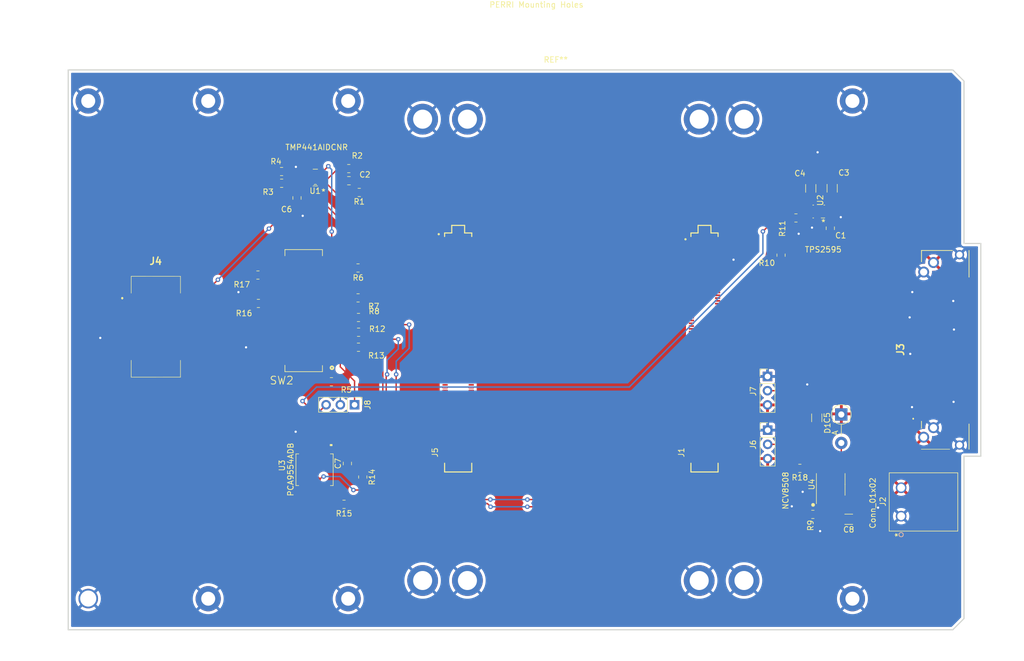
<source format=kicad_pcb>
(kicad_pcb (version 20211014) (generator pcbnew)
  (layers (0 "F.Cu" signal) (31 "B.Cu" signal) (34 "B.Paste" user) (35 "F.Paste" user) (36 "B.SilkS" user "B.Silkscreen") (37 "F.SilkS" user "F.Silkscreen") (38 "B.Mask" user) (39 "F.Mask" user) (44 "Edge.Cuts" user))
  (net 0 "")
  (net 1 "Net-(C1-Pad1)")
  (net 2 "GND")
  (net 3 "Net-(C2-Pad1)")
  (net 4 "Net-(C2-Pad2)")
  (net 5 "+12V")
  (net 6 "/12V_To_Hat")
  (net 7 "Net-(C5-Pad2)")
  (net 8 "+5V")
  (net 9 "/DXN")
  (net 10 "/DXP")
  (net 236 "/SDA")
  (net 237 "/SCL")
  (net 402 "Net-(J6-Pad2)")
  (net 403 "Net-(J7-Pad2)")
  (net 404 "/DS_EN")
  (net 405 "/To_Efuse_EN")
  (net 406 "/GPIO_EN")
  (net 407 "/TMP_A1")
  (net 408 "/TMP_A0")
  (net 409 "Net-(R9-Pad2)")
  (net 410 "/FLT")
  (net 411 "Net-(R11-Pad1)")
  (net 412 "/GPIO_A0")
  (net 413 "Net-(R18-Pad1)")
  (net 414 "/GPIO_A1")
  (net 415 "/GPIO_A2")
  (net 428 "Net-(SW2-Pad12)")
  (net 429 "Net-(SW2-Pad10)")
  (footprint "footprints:1757242" (layer "F.Cu") (at 237.15 120.86 90)
    (fp_text reference "J2")
    (fp_text value "Conn_01x02")
  )
  (footprint "Resistor_SMD:R_0805_2012Metric" (layer "F.Cu") (at 126.49625 66.47)
    (fp_text reference "R3")
    (fp_text value "R_US")
  )
  (footprint "Capacitor_SMD:C_1206_3216Metric" (layer "F.Cu") (at 221.01 67.39 90)
    (fp_text reference "C4")
    (fp_text value "C_Polarized_US")
  )
  (footprint "Diode_THT:D_DO-41_SOD81_P5.08mm_Vertical_AnodeUp" (layer "F.Cu") (at 226.46 107.777818 -90)
    (fp_text reference "D1")
    (fp_text value "DIODE")
  )
  (footprint "Resistor_SMD:R_0805_2012Metric" (layer "F.Cu") (at 215.7 79.32 -90)
    (fp_text reference "R10")
    (fp_text value "R_US")
  )
  (footprint "Capacitor_SMD:C_1206_3216Metric" (layer "F.Cu") (at 224.83 67.37 90)
    (fp_text reference "C3")
    (fp_text value "C_Polarized_US")
  )
  (footprint "Resistor_SMD:R_0805_2012Metric" (layer "F.Cu") (at 140.35625 68.11 180)
    (fp_text reference "R1")
    (fp_text value "R_US")
  )
  (footprint "Resistor_SMD:R_0805_2012Metric" (layer "F.Cu") (at 140.15 86.95)
    (fp_text reference "R7")
    (fp_text value "R_US")
  )
  (footprint "footprints:302010030000" (layer "F.Cu") (at 103.8 92.1 -90)
    (fp_text reference "J4")
    (fp_text value "Conn_02x05_Counter_Clockwise" hide)
  )
  (footprint "Connector_PinHeader_2.54mm:PinHeader_1x03_P2.54mm_Vertical" (layer "F.Cu") (at 139.52 106.04 -90)
    (fp_text reference "J8")
    (fp_text value "Conn_01x03")
  )
  (footprint "Capacitor_SMD:C_1206_3216Metric" (layer "F.Cu") (at 222.08 108.375 -90)
    (fp_text reference "C5")
    (fp_text value "0.1uF")
  )
  (footprint "Resistor_SMD:R_0805_2012Metric" (layer "F.Cu") (at 137.64 123.82 180)
    (fp_text reference "R15")
    (fp_text value "R_US")
  )
  (footprint "footprints:SAMTEC_SS5-80-3.00-X-D-K-XX" (layer "F.Cu") (at 158.027996 96.233 90)
    (fp_text reference "J5")
    (fp_text value "SS5-80-3.00-X-D-K-XX")
  )
  (footprint "Capacitor_SMD:C_0805_2012Metric" (layer "F.Cu") (at 138.24 116.53 90)
    (fp_text reference "C7")
    (fp_text value "C_Small")
  )
  (footprint "footprints:FX23100S05SH" (layer "F.Cu") (at 245.027996 96.233 90)
    (fp_text reference "J3")
    (fp_text value "Conn_02x50_Counter_Clockwise" hide)
  )
  (footprint "Package_SO:SOIC-8-1EP_3.9x4.9mm_P1.27mm_EP2.514x3.2mm" (layer "F.Cu") (at 224.569725 120.262425 90)
    (fp_text reference "U4")
    (fp_text value "NCV8508")
  )
  (footprint "Resistor_SMD:R_0805_2012Metric" (layer "F.Cu") (at 140.24 93.08)
    (fp_text reference "R12")
    (fp_text value "R_US")
  )
  (footprint "Connector_PinHeader_2.54mm:PinHeader_1x03_P2.54mm_Vertical" (layer "F.Cu") (at 213.28 100.985)
    (fp_text reference "J7")
    (fp_text value "Conn_01x03")
  )
  (footprint "Connector_PinHeader_2.54mm:PinHeader_1x03_P2.54mm_Vertical" (layer "F.Cu") (at 213.31 110.575)
    (fp_text reference "J6")
    (fp_text value "Conn_01x03")
  )
  (footprint "Resistor_SMD:R_0805_2012Metric" (layer "F.Cu") (at 138.48625 63.86 180)
    (fp_text reference "R2")
    (fp_text value "R_US")
  )
  (footprint "Resistor_SMD:R_0805_2012Metric" (layer "F.Cu") (at 218.36 72.67 180)
    (fp_text reference "R11")
    (fp_text value "R_US")
  )
  (footprint "TPS441:TPS259525DSGR" (layer "F.Cu") (at 222.4352 71.5242 180)
    (fp_text reference "U2")
    (fp_text value "TPS2595")
  )
  (footprint "Capacitor_SMD:C_0805_2012Metric" (layer "F.Cu") (at 129.23625 69.1 -90)
    (fp_text reference "C6")
    (fp_text value "C_Small")
  )
  (footprint "footprints:PERRI_Outline" (layer "F.Cu") (at 175.391196 90.2348)
    (fp_text reference "REF**")
    (fp_text value "PERRI_Outline")
    (fp_line (start 72.9882 24.9944) (end 72.9882 53.9944) (layer "Edge.Cuts") (width 0.2))
    (fp_line (start 75.9882 24.9944) (end 72.9882 24.9944) (layer "Edge.Cuts") (width 0.2))
    (fp_line (start 72.9882 -13.0056) (end 75.9882 -13.0056) (layer "Edge.Cuts") (width 0.2))
    (fp_line (start 70.9882 55.9944) (end -87.0118 55.9944) (layer "Edge.Cuts") (width 0.2))
    (fp_line (start 72.9882 -42.0056) (end 72.9882 -13.0056) (layer "Edge.Cuts") (width 0.2))
    (fp_line (start -87.0118 55.9944) (end -87.0118 -44.0056) (layer "Edge.Cuts") (width 0.2))
    (fp_line (start 75.9882 -13.0056) (end 75.9882 24.9944) (layer "Edge.Cuts") (width 0.2))
    (fp_line (start 70.9882 -44.0056) (end 72.9882 -42.0056) (layer "Edge.Cuts") (width 0.2))
    (fp_line (start -87.0118 -44.0056) (end 70.9882 -44.0056) (layer "Edge.Cuts") (width 0.2))
    (fp_line (start 72.9882 53.9944) (end 70.9882 55.9944) (layer "Edge.Cuts") (width 0.2))
  )
  (footprint "Resistor_SMD:R_0805_2012Metric" (layer "F.Cu") (at 122.26 82.87 180)
    (fp_text reference "R17")
    (fp_text value "R_US")
  )
  (footprint "Resistor_SMD:R_0805_2012Metric" (layer "F.Cu") (at 140.99 118.95 -90)
    (fp_text reference "R14")
    (fp_text value "R_US")
  )
  (footprint "Resistor_SMD:R_0805_2012Metric" (layer "F.Cu") (at 219.06 117.4 180)
    (fp_text reference "R18")
    (fp_text value "R_US")
  )
  (footprint "Resistor_SMD:R_0805_2012Metric" (layer "F.Cu") (at 126.48625 64.38)
    (fp_text reference "R4")
    (fp_text value "R_US")
  )
  (footprint "Resistor_SMD:R_0805_2012Metric" (layer "F.Cu") (at 140.22 95.76)
    (fp_text reference "R13")
    (fp_text value "R_US")
  )
  (footprint "footprints:TMP441AIDCNR" (layer "F.Cu") (at 132.514601 65.46165 180)
    (fp_text reference "U1")
    (fp_text value "TMP441AIDCNR")
  )
  (footprint "Resistor_SMD:R_0805_2012Metric" (layer "F.Cu") (at 140.14 81.6)
    (fp_text reference "R6")
    (fp_text value "R_US")
  )
  (footprint "PCA9554ADB:PCA9554ADB" (layer "F.Cu") (at 132.3775 117.64195 -90)
    (fp_text reference "U3")
    (fp_text value "PCA9554ADB")
  )
  (footprint "Resistor_SMD:R_0805_2012Metric" (layer "F.Cu") (at 135.39 101.93 180)
    (fp_text reference "R5")
    (fp_text value "R_US")
  )
  (footprint "Resistor_SMD:R_0805_2012Metric" (layer "F.Cu") (at 140.22 90.45)
    (fp_text reference "R8")
    (fp_text value "R_US")
  )
  (footprint "footprints:SAMTEC_SS5-80-3.00-X-D-K-XX" (layer "F.Cu") (at 202.027996 96.233 90)
    (fp_text reference "J1")
    (fp_text value "SS5-80-3.00-X-D-K-XX")
  )
  (footprint "footprints:SW_219-8LPSTRF" (layer "F.Cu") (at 130.430299 89.23 180)
    (fp_text reference "SW2")
    (fp_text value "SW_DIP_x08")
  )
  (footprint "footprints:PERRI_Mounting_Holes" (layer "F.Cu") (at 172.579551 90.239551)
    (fp_text reference "PERRI Mounting Holes")
    (fp_text value "PERRI_Mounting_Holes")
  )
  (footprint "Capacitor_SMD:C_0805_2012Metric" (layer "F.Cu") (at 138.51625 66.02 180)
    (fp_text reference "C2")
    (fp_text value "C_Small")
  )
  (footprint "Capacitor_SMD:C_0805_2012Metric" (layer "F.Cu") (at 224.5 74.51 -90)
    (fp_text reference "C1")
    (fp_text value "C")
  )
  (footprint "Resistor_SMD:R_0805_2012Metric" (layer "F.Cu") (at 221.38 125.62)
    (fp_text reference "R9")
    (fp_text value "R_US")
  )
  (footprint "Capacitor_SMD:C_1206_3216Metric" (layer "F.Cu") (at 227.79 126.49 180)
    (fp_text reference "C8")
    (fp_text value "1uF")
  )
  (footprint "Resistor_SMD:R_0805_2012Metric" (layer "F.Cu") (at 122.34165 87.94 180)
    (fp_text reference "R16")
    (fp_text value "R_US")
  )
  (segment (start 223.385201 72.274201) (end 224.034201 72.274201) (width 0.25) (layer "F.Cu") (net 1))
  (segment (start 224.034201 72.274201) (end 224.5 72.74) (width 0.25) (layer "F.Cu") (net 1))
  (segment (start 224.5 72.74) (end 224.5 73.56) (width 0.25) (layer "F.Cu") (net 1))
  (segment (start 222.08 106.9) (end 222.08 104.11) (width 0.25) (layer "F.Cu") (net 2))
  (segment (start 130.102501 111.962501) (end 129 110.86) (width 0.25) (layer "F.Cu") (net 2))
  (segment (start 239.727 87.983) (end 238.67 89.04) (width 0.25) (layer "F.Cu") (net 2))
  (segment (start 126.125299 93.04) (end 123.09 93.04) (width 0.25) (layer "F.Cu") (net 2))
  (segment (start 247.478974 103.483) (end 246.42 104.541974) (width 0.25) (layer "F.Cu") (net 2))
  (segment (start 129.976651 64.486651) (end 129.04 63.55) (width 0.25) (layer "F.Cu") (net 2))
  (segment (start 241.801996 89.483) (end 239.347 89.483) (width 0.25) (layer "F.Cu") (net 2))
  (segment (start 239.713 86.483) (end 239.205 85.975) (width 0.25) (layer "F.Cu") (net 2))
  (segment (start 238.67 90.16) (end 238.67 90.43) (width 0.25) (layer "F.Cu") (net 2))
  (segment (start 239.090974 105.07) (end 239.090974 106.459026) (width 0.25) (layer "F.Cu") (net 2))
  (segment (start 240.677974 104.983) (end 239.090974 106.57) (width 0.25) (layer "F.Cu") (net 2))
  (segment (start 241.801996 95.483) (end 240.617 95.483) (width 0.25) (layer "F.Cu") (net 2))
  (segment (start 247.478974 89.483) (end 246.46 88.464026) (width 0.25) (layer "F.Cu") (net 2))
  (segment (start 239.685974 85.975) (end 239.205 85.975) (width 0.25) (layer "F.Cu") (net 2))
  (segment (start 246.46 86.001974) (end 247.478974 84.983) (width 0.25) (layer "F.Cu") (net 2))
  (segment (start 240.677974 84.983) (end 239.685974 85.975) (width 0.25) (layer "F.Cu") (net 2))
  (segment (start 238.78 98.585026) (end 238.78 97.32) (width 0.25) (layer "F.Cu") (net 2))
  (segment (start 240.677974 100.483) (end 238.78 98.585026) (width 0.25) (layer "F.Cu") (net 2))
  (segment (start 246.941026 87.983) (end 246.46 87.501974) (width 0.25) (layer "F.Cu") (net 2))
  (segment (start 241.801996 92.483) (end 240.153 92.483) (width 0.25) (layer "F.Cu") (net 2))
  (segment (start 248.677996 104.983) (end 246.647 104.983) (width 0.25) (layer "F.Cu") (net 2))
  (segment (start 240.617 95.483) (end 238.985 97.115) (width 0.25) (layer "F.Cu") (net 2))
  (segment (start 220.887575 120.262425) (end 219.56 121.59) (width 0.25) (layer "F.Cu") (net 2))
  (segment (start 223.21 61.31) (end 222.84 60.94) (width 0.25) (layer "F.Cu") (net 2))
  (segment (start 129.23625 71.26625) (end 130.26 72.29) (width 0.25) (layer "F.Cu") (net 2))
  (segment (start 241.801996 84.983) (end 240.677974 84.983) (width 0.25) (layer "F.Cu") (net 2))
  (segment (start 224.569725 120.262425) (end 220.887575 120.262425) (width 0.25) (layer "F.Cu") (net 2))
  (segment (start 129.23625 70.05) (end 129.23625 71.26625) (width 0.25) (layer "F.Cu") (net 2))
  (segment (start 230.96 126.49) (end 233.03 124.42) (width 0.25) (layer "F.Cu") (net 2))
  (segment (start 238.78 96.95) (end 238.78 97.32) (width 0.25) (layer "F.Cu") (net 2))
  (segment (start 100.775 92.1) (end 96.1 92.1) (width 0.25) (layer "F.Cu") (net 2))
  (segment (start 241.801996 87.983) (end 239.727 87.983) (width 0.25) (layer "F.Cu") (net 2))
  (segment (start 246.42 104.541974) (end 246.42 105.21) (width 0.25) (layer "F.Cu") (net 2))
  (segment (start 247.478974 107.983) (end 246.42 106.924026) (width 0.25) (layer "F.Cu") (net 2))
  (segment (start 246.42 105.424026) (end 246.42 105.21) (width 0.25) (layer "F.Cu") (net 2))
  (segment (start 241.801996 90.983) (end 238.807 90.983) (width 0.25) (layer "F.Cu") (net 2))
  (segment (start 248.677996 103.483) (end 247.478974 103.483) (width 0.25) (layer "F.Cu") (net 2))
  (segment (start 221.485199 72.274201) (end 221.485199 74.144801) (width 0.25) (layer "F.Cu") (net 2))
  (segment (start 241.801996 93.983) (end 240.677974 93.983) (width 0.25) (layer "F.Cu") (net 2))
  (segment (start 224.5 75.46) (end 222.29 75.46) (width 0.25) (layer "F.Cu") (net 2))
  (segment (start 240.153 92.483) (end 238.73 91.06) (width 0.25) (layer "F.Cu") (net 2))
  (segment (start 122.43 98.12) (end 120.22 95.91) (width 0.25) (layer "F.Cu") (net 2))
  (segment (start 205.563 78.483) (end 207.21 80.13) (width 0.25) (layer "F.Cu") (net 2))
  (segment (start 121.82 85.42) (end 121.3475 84.9475) (width 0.25) (layer "F.Cu") (net 2))
  (segment (start 239.205 85.975) (end 239.14 85.91) (width 0.25) (layer "F.Cu") (net 2))
  (segment (start 121.3475 84.9475) (end 119.7525 84.9475) (width 0.25) (layer "F.Cu") (net 2))
  (segment (start 238.67 91) (end 238.73 91.06) (width 0.25) (layer "F.Cu") (net 2))
  (segment (start 239.090974 106.57) (end 238.97 106.57) (width 0.25) (layer "F.Cu") (net 2))
  (segment (start 247.478974 96.983) (end 246.35 95.854026) (width 0.25) (layer "F.Cu") (net 2))
  (segment (start 222.4352 73.1948) (end 221.23 74.4) (width 0.25) (layer "F.Cu") (net 2))
  (segment (start 240.677974 103.483) (end 239.090974 105.07) (width 0.25) (layer "F.Cu") (net 2))
  (segment (start 248.677996 87.983) (end 246.941026 87.983) (width 0.25) (layer "F.Cu") (net 2))
  (segment (start 219.06 125.62) (end 217.62 124.18) (width 0.25) (layer "F.Cu") (net 2))
  (segment (start 248.677996 106.483) (end 247.478974 106.483) (width 0.25) (layer "F.Cu") (net 2))
  (segment (start 222.29 75.46) (end 221.23 74.4) (width 0.25) (layer "F.Cu") (net 2))
  (segment (start 121.66 90.5) (end 120.14 92.02) (width 0.25) (layer "F.Cu") (net 2))
  (segment (start 221.01 65.915) (end 221.01 64.65) (width 0.25) (layer "F.Cu") (net 2))
  (segment (start 246.46 88.464026) (end 246.46 87.501974) (width 0.25) (layer "F.Cu") (net 2))
  (segment (start 241.801996 86.483) (end 239.713 86.483) (width 0.25) (layer "F.Cu") (net 2))
  (segment (start 223.21 62.45) (end 223.21 61.31) (width 0.25) (layer "F.Cu") (net 2))
  (segment (start 120.14 95.83) (end 120.22 95.91) (width 0.25) (layer "F.Cu") (net 2))
  (segment (start 241.801996 104.983) (end 240.677974 104.983) (width 0.25) (layer "F.Cu") (net 2))
  (segment (start 247.478974 95.483) (end 246.35 94.354026) (width 0.25) (layer "F.Cu") (net 2))
  (segment (start 238.807 90.983) (end 238.73 91.06) (width 0.25) (layer "F.Cu") (net 2))
  (segment (start 238.67 89.04) (end 238.67 90.43) (width 0.25) (layer "F.Cu") (net 2))
  (segment (start 247.478974 84.983) (end 248.677996 84.983) (width 0.25) (layer "F.Cu") (net 2))
  (segment (start 241.801996 100.483) (end 240.677974 100.483) (width 0.25) (layer "F.Cu") (net 2))
  (segment (start 247.478974 90.983) (end 246.35 92.111974) (width 0.25) (layer "F.Cu") (net 2))
  (segment (start 217.4475 72.67) (end 217.4475 74.0975) (width 0.25) (layer "F.Cu") (net 2))
  (segment (start 224.83 65.895) (end 224.83 64.07) (width 0.25) (layer "F.Cu") (net 2))
  (segment (start 126.125299 85.42) (end 121.82 85.42) (width 0.25) (layer "F.Cu") (net 2))
  (segment (start 239.737 106.483) (end 239.31 106.91) (width 0.25) (layer "F.Cu") (net 2))
  (segment (start 248.677996 92.483) (end 246.707 92.483) (width 0.25) (layer "F.Cu") (net 2))
  (segment (start 246.585 92.605) (end 246.35 92.84) (width 0.25) (layer "F.Cu") (net 2))
  (segment (start 241.801996 106.483) (end 239.737 106.483) (width 0.25) (layer "F.Cu") (net 2))
  (segment (start 246.46 87.501974) (end 246.46 86.001974) (width 0.25) (layer "F.Cu") (net 2))
  (segment (start 121.3475 84.9475) (end 121.3475 82.87) (width 0.25) (layer "F.Cu") (net 2))
  (segment (start 121.42915 85.02915) (end 121.3475 84.9475) (width 0.25) (layer "F.Cu") (net 2))
  (segment (start 239.090974 106.459026) (end 239.090974 106.57) (width 0.25) (layer "F.Cu") (net 2))
  (segment (start 120.14 92.02) (end 120.14 95.78) (width 0.25) (layer "F.Cu") (net 2))
  (segment (start 223.934725 127.355275) (end 222.68 128.61) (width 0.25) (layer "F.Cu") (net 2))
  (segment (start 222.91 62.75) (end 223.21 62.45) (width 0.25) (layer "F.Cu") (net 2))
  (segment (start 247.478974 86.483) (end 246.46 87.501974) (width 0.25) (layer "F.Cu") (net 2))
  (segment (start 246.707 92.483) (end 246.585 92.605) (width 0.25) (layer "F.Cu") (net 2))
  (segment (start 229.265 126.49) (end 230.96 126.49) (width 0.25) (layer "F.Cu") (net 2))
  (segment (start 238.985 97.115) (end 238.78 97.32) (width 0.25) (layer "F.Cu") (net 2))
  (segment (start 239.117 96.983) (end 238.985 97.115) (width 0.25) (layer "F.Cu") (net 2))
  (segment (start 248.677996 89.483) (end 247.478974 89.483) (width 0.25) (layer "F.Cu") (net 2))
  (segment (start 126.125299 95.58) (end 120.55 95.58) (width 0.25) (layer "F.Cu") (net 2))
  (segment (start 246.647 104.983) (end 246.42 105.21) (width 0.25) (layer "F.Cu") (net 2))
  (segment (start 122.22 80.34) (end 121.3475 81.2125) (width 0.25) (layer "F.Cu") (net 2))
  (segment (start 248.677996 95.483) (end 247.478974 95.483) (width 0.25) (layer "F.Cu") (net 2))
  (segment (start 246.517987 105.522013) (end 246.42 105.424026) (width 0.25) (layer "F.Cu") (net 2))
  (segment (start 123.09 93.04) (end 120.22 95.91) (width 0.25) (layer "F.Cu") (net 2))
  (segment (start 130.102501 114.21295) (end 130.102501 111.962501) (width 0.25) (layer "F.Cu") (net 2))
  (segment (start 246.35 93.98) (end 246.35 92.84) (width 0.25) (layer "F.Cu") (net 2))
  (segment (start 248.677996 86.483) (end 247.478974 86.483) (width 0.25) (layer "F.Cu") (net 2))
  (segment (start 247.493 93.983) (end 246.35 92.84) (width 0.25) (layer "F.Cu") (net 2))
  (segment (start 224.83 64.07) (end 223.21 62.45) (width 0.25) (layer "F.Cu") (net 2))
  (segment (start 126.125299 80.34) (end 122.22 80.34) (width 0.25) (layer "F.Cu") (net 2))
  (segment (start 121.42915 87.94) (end 121.42915 85.02915) (width 0.25) (layer "F.Cu") (net 2))
  (segment (start 126.125299 98.12) (end 122.43 98.12) (width 0.25) (layer "F.Cu") (net 2))
  (segment (start 248.677996 90.983) (end 247.478974 90.983) (width 0.25) (layer "F.Cu") (net 2))
  (segment (start 240.383 107.983) (end 239.31 106.91) (width 0.25) (layer "F.Cu") (net 2))
  (segment (start 223.934725 122.899925) (end 223.934725 127.355275) (width 0.25) (layer "F.Cu") (net 2))
  (segment (start 240.677974 93.983) (end 238.78 95.880974) (width 0.25) (layer "F.Cu") (net 2))
  (segment (start 126.125299 90.5) (end 121.66 90.5) (width 0.25) (layer "F.Cu") (net 2))
  (segment (start 246.35 92.111974) (end 246.35 92.84) (width 0.25) (layer "F.Cu") (net 2))
  (segment (start 239.347 89.483) (end 238.67 90.16) (width 0.25) (layer "F.Cu") (net 2))
  (segment (start 220.4675 125.62) (end 219.06 125.62) (width 0.25) (layer "F.Cu") (net 2))
  (segment (start 131.320801 64.486651) (end 129.976651 64.486651) (width 0.25) (layer "F.Cu") (net 2))
  (segment (start 217.4475 74.0975) (end 218.85 75.5) (width 0.25) (layer "F.Cu") (net 2))
  (segment (start 246.35 94.354026) (end 246.35 93.98) (width 0.25) (layer "F.Cu") (net 2))
  (segment (start 246.42 106.924026) (end 246.42 105.424026) (width 0.25) (layer "F.Cu") (net 2))
  (segment (start 246.35 95.854026) (end 246.35 93.98) (width 0.25) (layer "F.Cu") (net 2))
  (segment (start 248.677996 93.983) (end 247.493 93.983) (width 0.25) (layer "F.Cu") (net 2))
  (segment (start 221.01 64.65) (end 222.91 62.75) (width 0.25) (layer "F.Cu") (net 2))
  (segment (start 120.55 95.58) (end 120.22 95.91) (width 0.25) (layer "F.Cu") (net 2))
  (segment (start 247.478974 106.483) (end 246.517987 105.522013) (width 0.25) (layer "F.Cu") (net 2))
  (segment (start 222.08 104.11) (end 220.38 102.41) (width 0.25) (layer "F.Cu") (net 2))
  (segment (start 241.801996 107.983) (end 240.383 107.983) (width 0.25) (layer "F.Cu") (net 2))
  (segment (start 96.1 92.1) (end 94.1 94.1) (width 0.25) (layer "F.Cu") (net 2))
  (segment (start 241.801996 103.483) (end 240.677974 103.483) (width 0.25) (layer "F.Cu") (net 2))
  (segment (start 121.3475 81.2125) (end 121.3475 82.87) (width 0.25) (layer "F.Cu") (net 2))
  (segment (start 204.362996 78.483) (end 205.563 78.483) (width 0.25) (layer "F.Cu") (net 2))
  (segment (start 239.31 106.91) (end 238.97 106.57) (width 0.25) (layer "F.Cu") (net 2))
  (segment (start 120.14 95.78) (end 120.14 95.83) (width 0.25) (layer "F.Cu") (net 2))
  (segment (start 238.78 95.880974) (end 238.78 96.95) (width 0.25) (layer "F.Cu") (net 2))
  (segment (start 241.801996 96.983) (end 239.117 96.983) (width 0.25) (layer "F.Cu") (net 2))
  (segment (start 222.4352 71.524203) (end 222.4352 73.1948) (width 0.25) (layer "F.Cu") (net 2))
  (segment (start 221.485199 74.144801) (end 221.23 74.4) (width 0.25) (layer "F.Cu") (net 2))
  (segment (start 222.84 60.94) (end 222.23 60.94) (width 0.25) (layer "F.Cu") (net 2))
  (segment (start 119.7525 84.9475) (end 118.78 85.92) (width 0.25) (layer "F.Cu") (net 2))
  (segment (start 248.677996 107.983) (end 247.478974 107.983) (width 0.25) (layer "F.Cu") (net 2))
  (segment (start 248.677996 96.983) (end 247.478974 96.983) (width 0.25) (layer "F.Cu") (net 2))
  (segment (start 238.67 90.43) (end 238.67 91) (width 0.25) (layer "F.Cu") (net 2))
  (via (at 130.26 72.29) (size 0.8) (drill 0.4) (layers "F.Cu" "B.Cu") (net 2))
  (via (at 118.78 85.92) (size 0.8) (drill 0.4) (layers "F.Cu" "B.Cu") (net 2))
  (via (at 238.67 90.43) (size 0.8) (drill 0.4) (layers "F.Cu" "B.Cu") (net 2))
  (via (at 220.38 102.41) (size 0.8) (drill 0.4) (layers "F.Cu" "B.Cu") (net 2))
  (via (at 129 110.86) (size 0.8) (drill 0.4) (layers "F.Cu" "B.Cu") (net 2))
  (via (at 129.04 63.55) (size 0.8) (drill 0.4) (layers "F.Cu" "B.Cu") (net 2))
  (via (at 221.23 74.4) (size 0.8) (drill 0.4) (layers "F.Cu" "B.Cu") (net 2))
  (via (at 239.090974 106.459026) (size 0.8) (drill 0.4) (layers "F.Cu" "B.Cu") (net 2))
  (via (at 222.23 60.94) (size 0.8) (drill 0.4) (layers "F.Cu" "B.Cu") (net 2))
  (via (at 239.14 85.91) (size 0.8) (drill 0.4) (layers "F.Cu" "B.Cu") (net 2))
  (via (at 219.56 121.59) (size 0.8) (drill 0.4) (layers "F.Cu" "B.Cu") (net 2))
  (via (at 94.1 94.1) (size 0.8) (drill 0.4) (layers "F.Cu" "B.Cu") (net 2))
  (via (at 222.68 128.61) (size 0.8) (drill 0.4) (layers "F.Cu" "B.Cu") (net 2))
  (via (at 217.62 124.18) (size 0.8) (drill 0.4) (layers "F.Cu" "B.Cu") (net 2))
  (via (at 246.517987 105.522013) (size 0.8) (drill 0.4) (layers "F.Cu" "B.Cu") (net 2))
  (via (at 233.03 124.42) (size 0.8) (drill 0.4) (layers "F.Cu" "B.Cu") (net 2))
  (via (at 238.78 96.95) (size 0.8) (drill 0.4) (layers "F.Cu" "B.Cu") (net 2))
  (via (at 246.585 92.605) (size 0.8) (drill 0.4) (layers "F.Cu" "B.Cu") (net 2))
  (via (at 246.46 87.501974) (size 0.8) (drill 0.4) (layers "F.Cu" "B.Cu") (net 2))
  (via (at 207.21 80.13) (size 0.8) (drill 0.4) (layers "F.Cu" "B.Cu") (net 2))
  (via (at 120.14 95.78) (size 0.8) (drill 0.4) (layers "F.Cu" "B.Cu") (net 2))
  (via (at 218.85 75.5) (size 0.8) (drill 0.4) (layers "F.Cu" "B.Cu") (net 2))
  (segment (start 136.12625 68.12) (end 139.43375 68.12) (width 0.25) (layer "F.Cu") (net 3))
  (segment (start 133.708401 66.436649) (end 134.442899 66.436649) (width 0.25) (layer "F.Cu") (net 3))
  (segment (start 139.44375 66.0425) (end 139.46625 66.02) (width 0.25) (layer "F.Cu") (net 3))
  (segment (start 139.44375 68.11) (end 139.44375 66.0425) (width 0.25) (layer "F.Cu") (net 3))
  (segment (start 139.43375 68.12) (end 139.44375 68.11) (width 0.25) (layer "F.Cu") (net 3))
  (segment (start 134.442899 66.436649) (end 136.12625 68.12) (width 0.25) (layer "F.Cu") (net 3))
  (segment (start 137.56625 66.02) (end 137.56625 63.8675) (width 0.25) (layer "F.Cu") (net 4))
  (segment (start 134.618801 65.786651) (end 135.520851 64.884601) (width 0.25) (layer "F.Cu") (net 4))
  (segment (start 133.708401 65.786651) (end 134.618801 65.786651) (width 0.25) (layer "F.Cu") (net 4))
  (segment (start 137.56625 63.8675) (end 137.57375 63.86) (width 0.25) (layer "F.Cu") (net 4))
  (segment (start 136.545452 63.86) (end 137.57375 63.86) (width 0.25) (layer "F.Cu") (net 4))
  (segment (start 135.520851 64.884601) (end 136.545452 63.86) (width 0.25) (layer "F.Cu") (net 4))
  (segment (start 223.391001 71.28) (end 223.385201 71.2742) (width 0.25) (layer "F.Cu") (net 5))
  (segment (start 204.362996 76.483) (end 206.263 76.483) (width 0.25) (layer "F.Cu") (net 6))
  (segment (start 221.485199 70.774202) (end 221.485199 70.655199) (width 0.25) (layer "F.Cu") (net 6))
  (segment (start 221.485199 69.105199) (end 221.365 68.985) (width 0.25) (layer "F.Cu") (net 6))
  (segment (start 204.362996 75.312996) (end 204.28 75.23) (width 0.25) (layer "F.Cu") (net 6))
  (segment (start 204.362996 76.483) (end 204.362996 75.312996) (width 0.25) (layer "F.Cu") (net 6))
  (segment (start 206.263 76.483) (end 206.41 76.63) (width 0.25) (layer "F.Cu") (net 6))
  (segment (start 222.07 109.86) (end 222.08 109.85) (width 0.25) (layer "F.Cu") (net 7))
  (segment (start 222.07 112.4) (end 222.07 109.86) (width 0.25) (layer "F.Cu") (net 7))
  (segment (start 226.46 116) (end 226.46 112.857818) (width 0.25) (layer "F.Cu") (net 7))
  (segment (start 225.67 116) (end 222.07 112.4) (width 0.25) (layer "F.Cu") (net 7))
  (segment (start 226.474725 117.624925) (end 226.46 117.6102) (width 0.25) (layer "F.Cu") (net 7))
  (segment (start 226.46 116) (end 225.67 116) (width 0.25) (layer "F.Cu") (net 7))
  (segment (start 226.46 117.6102) (end 226.46 116) (width 0.25) (layer "F.Cu") (net 7))
  (segment (start 148.23 74.81) (end 149.903 76.483) (width 0.2) (layer "F.Cu") (net 9))
  (segment (start 148.23 71.62) (end 148.23 74.81) (width 0.2) (layer "F.Cu") (net 9))
  (segment (start 140.47 63.86) (end 148.23 71.62) (width 0.2) (layer "F.Cu") (net 9))
  (segment (start 149.903 76.483) (end 155.692996 76.483) (width 0.2) (layer "F.Cu") (net 9))
  (segment (start 139.39875 63.86) (end 140.47 63.86) (width 0.2) (layer "F.Cu") (net 9))
  (segment (start 147 72.36) (end 142.75 68.11) (width 0.2) (layer "F.Cu") (net 10))
  (segment (start 142.75 68.11) (end 141.26875 68.11) (width 0.2) (layer "F.Cu") (net 10))
  (segment (start 149.253 76.983) (end 147 74.73) (width 0.2) (layer "F.Cu") (net 10))
  (segment (start 155.692996 76.983) (end 149.253 76.983) (width 0.2) (layer "F.Cu") (net 10))
  (segment (start 147 74.73) (end 147 72.36) (width 0.2) (layer "F.Cu") (net 10))
  (segment (start 120.43 73.84) (end 120.43 63.88) (width 0.25) (layer "F.Cu") (net 236))
  (segment (start 102.76 83.39) (end 94.5 83.39) (width 0.25) (layer "F.Cu") (net 236))
  (segment (start 134.059748 124.129748) (end 135.7 125.77) (width 0.25) (layer "F.Cu") (net 236))
  (segment (start 107.275 87.02) (end 106.39 87.02) (width 0.25) (layer "F.Cu") (net 236))
  (segment (start 134.059748 123.82) (end 134.059748 124.129748) (width 0.25) (layer "F.Cu") (net 236))
  (segment (start 200.57 123.68952) (end 208.39 131.50952) (width 0.25) (layer "F.Cu") (net 236))
  (segment (start 92.21 85.68) (end 92.21 102.55) (width 0.25) (layer "F.Cu") (net 236))
  (segment (start 150.99952 125.77) (end 153.08 123.68952) (width 0.25) (layer "F.Cu") (net 236))
  (segment (start 163.24952 123.68952) (end 163.82 124.26) (width 0.25) (layer "F.Cu") (net 236))
  (segment (start 134.059748 123.82) (end 133.219748 122.98) (width 0.25) (layer "F.Cu") (net 236))
  (segment (start 128.155399 65.136649) (end 131.320801 65.136649) (width 0.25) (layer "F.Cu") (net 236))
  (segment (start 107.275 87.02) (end 107.275 86.995) (width 0.25) (layer "F.Cu") (net 236))
  (segment (start 170.38 124.26) (end 199.99952 124.26) (width 0.25) (layer "F.Cu") (net 236))
  (segment (start 123.77 60.54) (end 126.35 60.54) (width 0.25) (layer "F.Cu") (net 236))
  (segment (start 94.5 83.39) (end 92.21 85.68) (width 0.25) (layer "F.Cu") (net 236))
  (segment (start 126.35 60.54) (end 127.39875 61.58875) (width 0.25) (layer "F.Cu") (net 236))
  (segment (start 133.219748 122.98) (end 134.002498 122.19725) (width 0.25) (layer "F.Cu") (net 236))
  (segment (start 134.002498 122.19725) (end 134.002498 121.07095) (width 0.25) (layer "F.Cu") (net 236))
  (segment (start 127.39875 61.58875) (end 127.39875 64.38) (width 0.25) (layer "F.Cu") (net 236))
  (segment (start 208.39 131.50952) (end 238.38048 131.50952) (width 0.25) (layer "F.Cu") (net 236))
  (segment (start 153.08 123.68952) (end 163.24952 123.68952) (width 0.25) (layer "F.Cu") (net 236))
  (segment (start 245.67 124.22) (end 245.67 85.1) (width 0.25) (layer "F.Cu") (net 236))
  (segment (start 135.7 125.77) (end 150.99952 125.77) (width 0.25) (layer "F.Cu") (net 236))
  (segment (start 106.39 87.02) (end 102.76 83.39) (width 0.25) (layer "F.Cu") (net 236))
  (segment (start 127.39875 64.38) (end 128.155399 65.136649) (width 0.25) (layer "F.Cu") (net 236))
  (segment (start 120.43 63.88) (end 123.77 60.54) (width 0.25) (layer "F.Cu") (net 236))
  (segment (start 136.7275 123.82) (end 134.059748 123.82) (width 0.25) (layer "F.Cu") (net 236))
  (segment (start 107.275 86.995) (end 120.43 73.84) (width 0.25) (layer "F.Cu") (net 236))
  (segment (start 199.99952 124.26) (end 200.57 123.68952) (width 0.25) (layer "F.Cu") (net 236))
  (segment (start 246.287 84.483) (end 248.677996 84.483) (width 0.25) (layer "F.Cu") (net 236))
  (segment (start 92.21 102.55) (end 112.64 122.98) (width 0.25) (layer "F.Cu") (net 236))
  (segment (start 112.64 122.98) (end 133.219748 122.98) (width 0.25) (layer "F.Cu") (net 236))
  (segment (start 238.38048 131.50952) (end 245.67 124.22) (width 0.25) (layer "F.Cu") (net 236))
  (segment (start 245.67 85.1) (end 246.287 84.483) (width 0.25) (layer "F.Cu") (net 236))
  (via (at 163.82 124.26) (size 0.8) (drill 0.4) (layers "F.Cu" "B.Cu") (net 236))
  (via (at 170.38 124.26) (size 0.8) (drill 0.4) (layers "F.Cu" "B.Cu") (net 236))
  (segment (start 163.82 124.26) (end 170.38 124.26) (width 0.25) (layer "B.Cu") (net 236))
  (segment (start 159.15 122.97) (end 163.78 122.97) (width 0.25) (layer "F.Cu") (net 237))
  (segment (start 140.99 121.25) (end 140.97 121.27) (width 0.25) (layer "F.Cu") (net 237))
  (segment (start 150.08 123.24) (end 158.88 123.24) (width 0.25) (layer "F.Cu") (net 237))
  (segment (start 150.08 123.24) (end 148.11 121.27) (width 0.25) (layer "F.Cu") (net 237))
  (segment (start 140.99 119.8625) (end 140.99 121.25) (width 0.25) (layer "F.Cu") (net 237))
  (segment (start 109.26 89.56) (end 107.275 89.56) (width 0.25) (layer "F.Cu") (net 237))
  (segment (start 140.97 121.27) (end 139.32 121.27) (width 0.25) (layer "F.Cu") (net 237))
  (segment (start 159.12 123) (end 159.15 122.97) (width 0.25) (layer "F.Cu") (net 237))
  (segment (start 245.12 120.07) (end 245.01 119.96) (width 0.25) (layer "F.Cu") (net 237))
  (segment (start 148.11 121.27) (end 140.97 121.27) (width 0.25) (layer "F.Cu") (net 237))
  (segment (start 238.19 131.06) (end 245.12 124.13) (width 0.25) (layer "F.Cu") (net 237))
  (segment (start 245.767 83.983) (end 248.677996 83.983) (width 0.25) (layer "F.Cu") (net 237))
  (segment (start 133.98 118.87) (end 133.99 118.86) (width 0.25) (layer "F.Cu") (net 237))
  (segment (start 132.2 118.14) (end 133.352499 119.292499) (width 0.25) (layer "F.Cu") (net 237))
  (segment (start 124.43 118.14) (end 132.2 118.14) (width 0.25) (layer "F.Cu") (net 237))
  (segment (start 245.12 124.13) (end 245.12 120.07) (width 0.25) (layer "F.Cu") (net 237))
  (segment (start 117.03 110.74) (end 124.43 118.14) (width 0.25) (layer "F.Cu") (net 237))
  (segment (start 158.88 123.24) (end 159.12 123) (width 0.25) (layer "F.Cu") (net 237))
  (segment (start 200.53 122.97) (end 208.62 131.06) (width 0.25) (layer "F.Cu") (net 237))
  (segment (start 124.23 74.56) (end 124.23 74.58) (width 0.25) (layer "F.Cu") (net 237))
  (segment (start 117.03 97.36) (end 117.03 110.74) (width 0.25) (layer "F.Cu") (net 237))
  (segment (start 133.774998 118.87) (end 133.98 118.87) (width 0.25) (layer "F.Cu") (net 237))
  (segment (start 245.01 84.74) (end 245.767 83.983) (width 0.25) (layer "F.Cu") (net 237))
  (segment (start 127.40875 71.38125) (end 127.40875 66.47) (width 0.25) (layer "F.Cu") (net 237))
  (segment (start 128.092099 65.786651) (end 131.320801 65.786651) (width 0.25) (layer "F.Cu") (net 237))
  (segment (start 109.23 89.56) (end 117.03 97.36) (width 0.25) (layer "F.Cu") (net 237))
  (segment (start 133.352499 119.292499) (end 133.352499 121.07095) (width 0.25) (layer "F.Cu") (net 237))
  (segment (start 245.01 119.96) (end 245.01 84.74) (width 0.25) (layer "F.Cu") (net 237))
  (segment (start 127.40875 71.38125) (end 124.23 74.56) (width 0.25) (layer "F.Cu") (net 237))
  (segment (start 127.40875 66.47) (end 128.092099 65.786651) (width 0.25) (layer "F.Cu") (net 237))
  (segment (start 115.11 83.71) (end 109.26 89.56) (width 0.25) (layer "F.Cu") (net 237))
  (segment (start 170.39 122.97) (end 200.53 122.97) (width 0.25) (layer "F.Cu") (net 237))
  (segment (start 208.62 131.06) (end 238.19 131.06) (width 0.25) (layer "F.Cu") (net 237))
  (segment (start 107.275 89.56) (end 109.23 89.56) (width 0.25) (layer "F.Cu") (net 237))
  (segment (start 133.352499 119.292499) (end 133.774998 118.87) (width 0.25) (layer "F.Cu") (net 237))
  (via (at 139.32 121.27) (size 0.8) (drill 0.4) (layers "F.Cu" "B.Cu") (net 237))
  (via (at 115.11 83.71) (size 0.8) (drill 0.4) (layers "F.Cu" "B.Cu") (net 237))
  (via (at 124.23 74.58) (size 0.8) (drill 0.4) (layers "F.Cu" "B.Cu") (net 237))
  (via (at 133.99 118.86) (size 0.8) (drill 0.4) (layers "F.Cu" "B.Cu") (net 237))
  (via (at 170.39 122.97) (size 0.8) (drill 0.4) (layers "F.Cu" "B.Cu") (net 237))
  (via (at 163.78 122.97) (size 0.8) (drill 0.4) (layers "F.Cu" "B.Cu") (net 237))
  (segment (start 133.99 118.86) (end 136.91 118.86) (width 0.25) (layer "B.Cu") (net 237))
  (segment (start 124.23 74.58) (end 115.11 83.7) (width 0.25) (layer "B.Cu") (net 237))
  (segment (start 115.11 83.7) (end 115.11 83.71) (width 0.25) (layer "B.Cu") (net 237))
  (segment (start 163.78 122.97) (end 170.39 122.97) (width 0.25) (layer "B.Cu") (net 237))
  (segment (start 136.91 118.86) (end 139.32 121.27) (width 0.25) (layer "B.Cu") (net 237))
  (segment (start 223.934725 117.411353) (end 219.638372 113.115) (width 0.25) (layer "F.Cu") (net 402))
  (segment (start 219.638372 113.115) (end 213.31 113.115) (width 0.25) (layer "F.Cu") (net 402))
  (segment (start 223.934725 117.624925) (end 223.934725 117.411353) (width 0.25) (layer "F.Cu") (net 402))
  (segment (start 218.88 104.3) (end 218.105 103.525) (width 0.25) (layer "F.Cu") (net 403))
  (segment (start 218.88 110.43) (end 218.88 104.3) (width 0.25) (layer "F.Cu") (net 403))
  (segment (start 218.105 103.525) (end 213.28 103.525) (width 0.25) (layer "F.Cu") (net 403))
  (segment (start 225.204725 116.754725) (end 218.88 110.43) (width 0.25) (layer "F.Cu") (net 403))
  (segment (start 225.204725 117.624925) (end 225.204725 116.754725) (width 0.25) (layer "F.Cu") (net 403))
  (segment (start 139.52 106.04) (end 139.52 101.81) (width 0.25) (layer "F.Cu") (net 404))
  (segment (start 136.3025 101.93) (end 137.01 101.93) (width 0.25) (layer "F.Cu") (net 404))
  (segment (start 136.973299 98.12) (end 134.735299 98.12) (width 0.25) (layer "F.Cu") (net 404))
  (segment (start 137.01 101.93) (end 138.325 100.615) (width 0.25) (layer "F.Cu") (net 404))
  (segment (start 139.3275 98.12) (end 139.3375 98.13) (width 0.25) (layer "F.Cu") (net 404))
  (segment (start 136.973299 99.263299) (end 136.973299 98.12) (width 0.25) (layer "F.Cu") (net 404))
  (segment (start 139.52 101.81) (end 138.325 100.615) (width 0.25) (layer "F.Cu") (net 404))
  (segment (start 138.325 100.615) (end 136.973299 99.263299) (width 0.25) (layer "F.Cu") (net 404))
  (segment (start 223.385201 71.774202) (end 225.614202 71.774202) (width 0.25) (layer "F.Cu") (net 405))
  (segment (start 225.614202 71.774202) (end 226.37 72.53) (width 0.25) (layer "F.Cu") (net 405))
  (via (at 226.37 72.53) (size 0.8) (drill 0.4) (layers "F.Cu" "B.Cu") (net 405))
  (segment (start 226.37 73.941201) (end 196.551201 103.76) (width 0.25) (layer "B.Cu") (net 405))
  (segment (start 226.37 72.53) (end 226.37 73.941201) (width 0.25) (layer "B.Cu") (net 405))
  (segment (start 137.42 103.76) (end 136.96 104.22) (width 0.25) (layer "B.Cu") (net 405))
  (segment (start 136.98 104.24) (end 136.98 106.04) (width 0.25) (layer "B.Cu") (net 405))
  (segment (start 136.96 104.22) (end 136.98 104.24) (width 0.25) (layer "B.Cu") (net 405))
  (segment (start 196.551201 103.76) (end 137.42 103.76) (width 0.25) (layer "B.Cu") (net 405))
  (segment (start 132.702501 114.21295) (end 132.702501 107.777499) (width 0.25) (layer "F.Cu") (net 406))
  (segment (start 132.702501 107.777499) (end 134.44 106.04) (width 0.25) (layer "F.Cu") (net 406))
  (segment (start 138.14 85.56) (end 137.7 86) (width 0.25) (layer "F.Cu") (net 407))
  (segment (start 143.37 79.33) (end 143.37 83.41) (width 0.25) (layer "F.Cu") (net 407))
  (segment (start 132.798001 65.136649) (end 132.72349 65.21116) (width 0.25) (layer "F.Cu") (net 407))
  (segment (start 137.13 87.26) (end 137.13 86.57) (width 0.25) (layer "F.Cu") (net 407))
  (segment (start 133.708401 65.136649) (end 132.798001 65.136649) (width 0.25) (layer "F.Cu") (net 407))
  (segment (start 141.22 85.56) (end 138.14 85.56) (width 0.25) (layer "F.Cu") (net 407))
  (segment (start 136.43 87.96) (end 137.13 87.26) (width 0.25) (layer "F.Cu") (net 407))
  (segment (start 143.37 83.41) (end 141.22 85.56) (width 0.25) (layer "F.Cu") (net 407))
  (segment (start 138.8575 86.57) (end 139.2375 86.95) (width 0.25) (layer "F.Cu") (net 407))
  (segment (start 132.72349 68.68349) (end 143.37 79.33) (width 0.25) (layer "F.Cu") (net 407))
  (segment (start 134.735299 87.96) (end 136.43 87.96) (width 0.25) (layer "F.Cu") (net 407))
  (segment (start 137.13 86.57) (end 137.7 86.57) (width 0.25) (layer "F.Cu") (net 407))
  (segment (start 136.65 85.42) (end 134.735299 85.42) (width 0.25) (layer "F.Cu") (net 407))
  (segment (start 137.13 85.9) (end 136.65 85.42) (width 0.25) (layer "F.Cu") (net 407))
  (segment (start 132.72349 65.21116) (end 132.72349 68.68349) (width 0.25) (layer "F.Cu") (net 407))
  (segment (start 137.13 86.57) (end 137.13 85.9) (width 0.25) (layer "F.Cu") (net 407))
  (segment (start 137.7 86) (end 137.7 86.57) (width 0.25) (layer "F.Cu") (net 407))
  (segment (start 137.7 86.57) (end 138.8575 86.57) (width 0.25) (layer "F.Cu") (net 407))
  (segment (start 135.44 76.76) (end 138.14 79.46) (width 0.25) (layer "F.Cu") (net 408))
  (segment (start 133.708401 64.486651) (end 133.773349 64.486651) (width 0.25) (layer "F.Cu") (net 408))
  (segment (start 138 81.56) (end 139.1875 81.56) (width 0.25) (layer "F.Cu") (net 408))
  (segment (start 136.73 82.88) (end 137.27 82.34) (width 0.25) (layer "F.Cu") (net 408))
  (segment (start 138.14 81.42) (end 138 81.56) (width 0.25) (layer "F.Cu") (net 408))
  (segment (start 137.27 81.56) (end 138 81.56) (width 0.25) (layer "F.Cu") (net 408))
  (segment (start 137.27 82.34) (end 137.27 81.56) (width 0.25) (layer "F.Cu") (net 408))
  (segment (start 137.27 81.56) (end 137.27 80.94) (width 0.25) (layer "F.Cu") (net 408))
  (segment (start 135.44 75.1) (end 135.44 76.76) (width 0.25) (layer "F.Cu") (net 408))
  (segment (start 139.1875 81.56) (end 139.2275 81.6) (width 0.25) (layer "F.Cu") (net 408))
  (segment (start 137.27 80.94) (end 136.67 80.34) (width 0.25) (layer "F.Cu") (net 408))
  (segment (start 136.67 80.34) (end 134.735299 80.34) (width 0.25) (layer "F.Cu") (net 408))
  (segment (start 133.773349 64.486651) (end 134.83 63.43) (width 0.25) (layer "F.Cu") (net 408))
  (segment (start 138.14 79.46) (end 138.14 81.42) (width 0.25) (layer "F.Cu") (net 408))
  (segment (start 134.735299 82.88) (end 136.73 82.88) (width 0.25) (layer "F.Cu") (net 408))
  (via (at 135.44 75.1) (size 0.8) (drill 0.4) (layers "F.Cu" "B.Cu") (net 408))
  (via (at 134.83 63.43) (size 0.8) (drill 0.4) (layers "F.Cu" "B.Cu") (net 408))
  (segment (start 135.44 64.04) (end 135.44 75.1) (width 0.25) (layer "B.Cu") (net 408))
  (segment (start 134.83 63.43) (end 135.44 64.04) (width 0.25) (layer "B.Cu") (net 408))
  (segment (start 222.664725 125.247775) (end 222.2925 125.62) (width 0.25) (layer "F.Cu") (net 409))
  (segment (start 222.664725 122.899925) (end 222.664725 125.247775) (width 0.25) (layer "F.Cu") (net 409))
  (segment (start 215.31 73.42) (end 214.12 73.42) (width 0.25) (layer "F.Cu") (net 410))
  (segment (start 215.7358 71.2742) (end 215.31 71.7) (width 0.25) (layer "F.Cu") (net 410))
  (segment (start 221.485199 71.2742) (end 215.7358 71.2742) (width 0.25) (layer "F.Cu") (net 410))
  (segment (start 215.74 78.3675) (end 215.7 78.4075) (width 0.25) (layer "F.Cu") (net 410))
  (segment (start 130.23 105.38) (end 132.052502 107.202502) (width 0.25) (layer "F.Cu") (net 410))
  (segment (start 215.31 73.42) (end 215.31 76.55) (width 0.25) (layer "F.Cu") (net 410))
  (segment (start 215.31 76.55) (end 215.74 76.98) (width 0.25) (layer "F.Cu") (net 410))
  (segment (start 215.74 76.98) (end 215.74 78.3675) (width 0.25) (layer "F.Cu") (net 410))
  (segment (start 215.31 71.7) (end 215.31 73.42) (width 0.25) (layer "F.Cu") (net 410))
  (segment (start 132.052502 107.202502) (end 132.052502 114.21295) (width 0.25) (layer "F.Cu") (net 410))
  (segment (start 214.12 73.42) (end 212.46 75.08) (width 0.25) (layer "F.Cu") (net 410))
  (via (at 130.23 105.38) (size 0.8) (drill 0.4) (layers "F.Cu" "B.Cu") (net 410))
  (via (at 212.46 75.08) (size 0.8) (drill 0.4) (layers "F.Cu" "B.Cu") (net 410))
  (segment (start 212.46 79.01) (end 209.68 81.79) (width 0.25) (layer "B.Cu") (net 410))
  (segment (start 132.74 102.87) (end 130.23 105.38) (width 0.25) (layer "B.Cu") (net 410))
  (segment (start 209.68 81.79) (end 188.6 102.87) (width 0.25) (layer "B.Cu") (net 410))
  (segment (start 212.46 75.08) (end 212.46 79.01) (width 0.25) (layer "B.Cu") (net 410))
  (segment (start 188.6 102.87) (end 136.84 102.87) (width 0.25) (layer "B.Cu") (net 410))
  (segment (start 136.84 102.87) (end 132.74 102.87) (width 0.25) (layer "B.Cu") (net 410))
  (segment (start 221.145798 71.774202) (end 220.25 72.67) (width 0.25) (layer "F.Cu") (net 411))
  (segment (start 220.25 72.67) (end 219.2725 72.67) (width 0.25) (layer "F.Cu") (net 411))
  (segment (start 221.485199 71.774202) (end 221.145798 71.774202) (width 0.25) (layer "F.Cu") (net 411))
  (segment (start 146.95 100.61) (end 146.95 106.685717) (width 0.25) (layer "F.Cu") (net 412))
  (segment (start 146.95 106.685717) (end 144.026677 109.60904) (width 0.25) (layer "F.Cu") (net 412))
  (segment (start 145.6 91.73) (end 149.27 91.73) (width 0.25) (layer "F.Cu") (net 412))
  (segment (start 139.2575 90.5) (end 139.3075 90.45) (width 0.25) (layer "F.Cu") (net 412))
  (segment (start 144.026677 109.60904) (end 135.57 109.60904) (width 0.25) (layer "F.Cu") (net 412))
  (segment (start 136.53 90.5) (end 137.76 91.73) (width 0.25) (layer "F.Cu") (net 412))
  (segment (start 134.652499 110.526541) (end 134.652499 114.21295) (width 0.25) (layer "F.Cu") (net 412))
  (segment (start 135.57 109.60904) (end 134.652499 110.526541) (width 0.25) (layer "F.Cu") (net 412))
  (segment (start 134.735299 90.5) (end 136.53 90.5) (width 0.25) (layer "F.Cu") (net 412))
  (segment (start 136.53 90.5) (end 139.2575 90.5) (width 0.25) (layer "F.Cu") (net 412))
  (segment (start 137.76 91.73) (end 145.6 91.73) (width 0.25) (layer "F.Cu") (net 412))
  (via (at 146.95 100.61) (size 0.8) (drill 0.4) (layers "F.Cu" "B.Cu") (net 412))
  (via (at 149.27 91.73) (size 0.8) (drill 0.4) (layers "F.Cu" "B.Cu") (net 412))
  (segment (start 146.99 98.24) (end 146.95 98.28) (width 0.25) (layer "B.Cu") (net 412))
  (segment (start 149.27 95.96) (end 146.99 98.24) (width 0.25) (layer "B.Cu") (net 412))
  (segment (start 146.95 98.28) (end 146.95 100.61) (width 0.25) (layer "B.Cu") (net 412))
  (segment (start 149.27 91.73) (end 149.27 95.96) (width 0.25) (layer "B.Cu") (net 412))
  (segment (start 220.197425 117.624925) (end 219.9725 117.4) (width 0.25) (layer "F.Cu") (net 413))
  (segment (start 222.664725 117.624925) (end 220.197425 117.624925) (width 0.25) (layer "F.Cu") (net 413))
  (segment (start 222.664725 117.624925) (end 222.670725 117.618925) (width 0.25) (layer "F.Cu") (net 413))
  (segment (start 145.173299 100.766701) (end 145.33 100.61) (width 0.25) (layer "F.Cu") (net 414))
  (segment (start 136.693299 93.04) (end 137.973299 94.32) (width 0.25) (layer "F.Cu") (net 414))
  (segment (start 145.03 94.33) (end 145.02 94.32) (width 0.25) (layer "F.Cu") (net 414))
  (segment (start 145.02 94.32) (end 145.173299 94.32) (width 0.25) (layer "F.Cu") (net 414))
  (segment (start 147.33 94.33) (end 145.03 94.33) (width 0.25) (layer "F.Cu") (net 414))
  (segment (start 145.173299 107.826701) (end 143.84048 109.15952) (width 0.25) (layer "F.Cu") (net 414))
  (segment (start 145.173299 107.826701) (end 145.173299 100.766701) (width 0.25) (layer "F.Cu") (net 414))
  (segment (start 136.693299 93.04) (end 139.2875 93.04) (width 0.25) (layer "F.Cu") (net 414))
  (segment (start 137.973299 94.32) (end 145.02 94.32) (width 0.25) (layer "F.Cu") (net 414))
  (segment (start 139.2875 93.04) (end 139.3275 93.08) (width 0.25) (layer "F.Cu") (net 414))
  (segment (start 134.002501 110.167019) (end 134.002501 114.21295) (width 0.25) (layer "F.Cu") (net 414))
  (segment (start 136.693299 93.04) (end 134.735299 93.04) (width 0.25) (layer "F.Cu") (net 414))
  (segment (start 135.01 109.15952) (end 134.002501 110.167019) (width 0.25) (layer "F.Cu") (net 414))
  (segment (start 143.84048 109.15952) (end 135.01 109.15952) (width 0.25) (layer "F.Cu") (net 414))
  (via (at 145.33 100.61) (size 0.8) (drill 0.4) (layers "F.Cu" "B.Cu") (net 414))
  (via (at 147.33 94.33) (size 0.8) (drill 0.4) (layers "F.Cu" "B.Cu") (net 414))
  (segment (start 145.33 98.07) (end 147.26 96.14) (width 0.25) (layer "B.Cu") (net 414))
  (segment (start 145.33 100.61) (end 145.33 98.07) (width 0.25) (layer "B.Cu") (net 414))
  (segment (start 147.33 96.07) (end 147.33 94.33) (width 0.25) (layer "B.Cu") (net 414))
  (segment (start 147.26 96.14) (end 147.33 96.07) (width 0.25) (layer "B.Cu") (net 414))
  (segment (start 137.273299 96.92) (end 144.573299 96.92) (width 0.25) (layer "F.Cu") (net 415))
  (segment (start 137.213299 95.58) (end 137.213299 96.86) (width 0.25) (layer "F.Cu") (net 415))
  (segment (start 144.573299 96.92) (end 144.573299 107.686701) (width 0.25) (layer "F.Cu") (net 415))
  (segment (start 137.213299 95.58) (end 134.735299 95.58) (width 0.25) (layer "F.Cu") (net 415))
  (segment (start 137.213299 96.86) (end 137.273299 96.92) (width 0.25) (layer "F.Cu") (net 415))
  (segment (start 143.55 108.71) (end 134.63 108.71) (width 0.25) (layer "F.Cu") (net 415))
  (segment (start 133.352499 109.987501) (end 133.352499 114.21295) (width 0.25) (layer "F.Cu") (net 415))
  (segment (start 144.573299 107.686701) (end 143.55 108.71) (width 0.25) (layer "F.Cu") (net 415))
  (segment (start 137.213299 95.58) (end 139.1275 95.58) (width 0.25) (layer "F.Cu") (net 415))
  (segment (start 139.1275 95.58) (end 139.3075 95.76) (width 0.25) (layer "F.Cu") (net 415))
  (segment (start 134.63 108.71) (end 133.352499 109.987501) (width 0.25) (layer "F.Cu") (net 415))
  (segment (start 126.125299 87.96) (end 123.27415 87.96) (width 0.25) (layer "F.Cu") (net 428))
  (segment (start 123.27415 87.96) (end 123.25415 87.94) (width 0.25) (layer "F.Cu") (net 428))
  (segment (start 123.1825 82.88) (end 126.125299 82.88) (width 0.25) (layer "F.Cu") (net 429))
  (segment (start 123.1725 82.87) (end 123.1825 82.88) (width 0.25) (layer "F.Cu") (net 429))
  (zone (net 5) (net_name "+12V") (layer "F.Cu") (connect_pads (clearance 0.508)) (min_thickness 0.254) (fill yes (thermal_gap 0.508) (thermal_bridge_width 0.508))
    (polygon (pts (xy 246.07 76.11) (xy 247.8 85.06) (xy 248.19 108.3) (xy 247.22 121.14) (xy 241.39 124.33) (xy 232.48 122.45) (xy 229.32 116.7) (xy 223.59 115.13) (xy 223.24 102.41) (xy 222.97 80.76) (xy 222.62 67.83) (xy 222.67 67.75) (xy 241.42 67.44)))
  )
  (zone (net 6) (net_name "/12V_To_Hat") (layer "F.Cu") (connect_pads (clearance 0.5)) (min_thickness 0.254) (fill yes (thermal_gap 0.508) (thermal_bridge_width 0.508))
    (polygon (pts (xy 221.700744 62.168168) (xy 222.08 70.93) (xy 222.07 71.02) (xy 221.92 71.14) (xy 221.7 71.14) (xy 221.27 71.12) (xy 220.83 71.1) (xy 219.99 71.1) (xy 218.86 71.08) (xy 217.51 71.06) (xy 215.96 71.07) (xy 213.628082 73.022434) (xy 210.84 73.54) (xy 210.38 73.95) (xy 209.37 75.67) (xy 208.12 76.77) (xy 207.75 76.85) (xy 207.2 76.99) (xy 206.1 76.77) (xy 204.302276 76.706519) (xy 203.534993 76.617425) (xy 201.86 75.98) (xy 201.46 75.3) (xy 201.3 71.47) (xy 202.98 67.99) (xy 210.83 63.43)))
  )
  (zone (net 8) (net_name "+5V") (layer "F.Cu") (connect_pads (clearance 0.508)) (min_thickness 0.254) (fill yes (thermal_gap 0.508) (thermal_bridge_width 0.508))
    (polygon (pts (xy 136.29 58.19) (xy 139.05 60.81) (xy 143.96 65.3) (xy 145.15 73.48) (xy 147.13 76.51) (xy 150.55 79.94) (xy 153.19 86.4) (xy 160.71 89.83) (xy 168.62 91.01) (xy 178.38 92.6) (xy 196.05 91.28) (xy 203.17 90.22) (xy 206.73 90.09) (xy 207.65 87.06) (xy 209.85 84.96) (xy 210.21 84.28) (xy 210.61 83.19) (xy 211.17 81.95) (xy 211.65 80.93) (xy 212.26 80.06) (xy 212.9 79.51) (xy 213.09 78.57) (xy 213.13 78.57) (xy 213.56 77.67) (xy 214.11 77.2) (xy 215.32 76.69) (xy 217.39 76.54) (xy 217.42 76.84) (xy 217.41 77.06) (xy 217.9 82.86) (xy 217 92.3) (xy 217.12 101.79) (xy 217.35 111.1) (xy 217.62 114.56) (xy 221.09 118.04) (xy 221.01 120.35) (xy 228.28 121.6) (xy 228.08 129.41) (xy 224.39 130.92) (xy 212.97 130.48) (xy 194.59 129.43) (xy 173.1 129.03) (xy 158.37 131.18) (xy 147.88 134.34) (xy 135.74 135.28) (xy 122.296456 129.755898) (xy 119.536456 125.655898) (xy 113.77 118.01) (xy 110.94 106.59) (xy 111.12 96.95) (xy 110.07 85.48) (xy 110.68 76.3) (xy 112.95 69.81) (xy 115.74 63.62) (xy 119.43 61.05) (xy 124.77 57.49) (xy 128.73 57.14)))
  )
  (zone (net 2) (net_name "GND") (layer "B.Cu") (connect_pads (clearance 0.508)) (min_thickness 0.254) (fill yes (thermal_gap 0.508) (thermal_bridge_width 0.508))
    (polygon (pts (xy 259.12 43.57) (xy 256.77 150.95) (xy 76.19 151.86) (xy 84.46 42.59) (xy 84.45 42.56)))
  )
)
</source>
